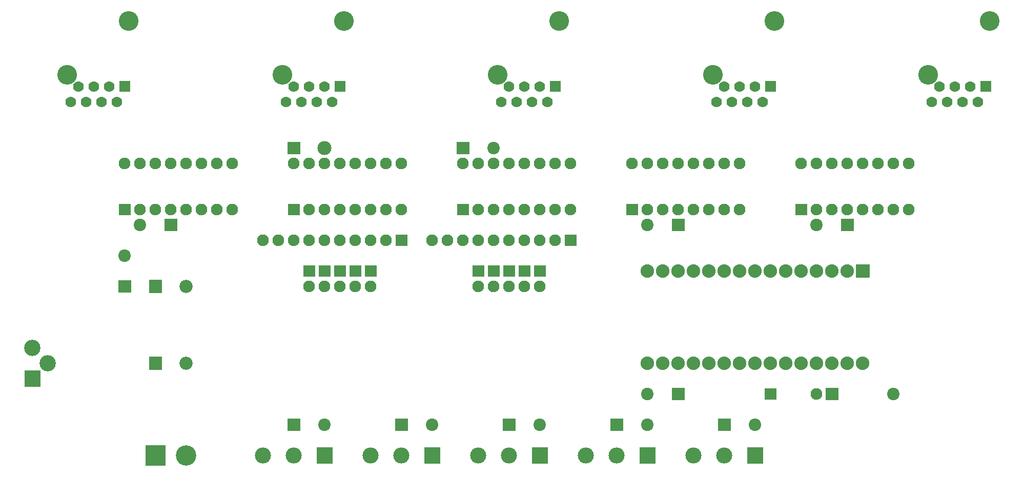
<source format=gbr>
G04 start of page 8 for group -4063 idx -4063 *
G04 Title: (unknown), componentmask *
G04 Creator: pcb 20140316 *
G04 CreationDate: Wed 27 Jan 2016 09:29:51 PM GMT UTC *
G04 For: veox *
G04 Format: Gerber/RS-274X *
G04 PCB-Dimensions (mil): 6700.00 3100.00 *
G04 PCB-Coordinate-Origin: lower left *
%MOIN*%
%FSLAX25Y25*%
%LNTOPMASK*%
%ADD96C,0.1060*%
%ADD95C,0.0860*%
%ADD94C,0.1321*%
%ADD93C,0.0880*%
%ADD92C,0.0910*%
%ADD91C,0.1047*%
%ADD90C,0.1280*%
%ADD89C,0.0700*%
%ADD88C,0.0001*%
%ADD87C,0.0810*%
%ADD86C,0.0760*%
G54D86*X300000Y180000D03*
X310000D03*
X320000D03*
X330000D03*
X340000D03*
X360000Y210000D03*
X350000D03*
X340000D03*
X330000D03*
X320000D03*
X310000D03*
G54D87*Y220000D03*
G54D88*G36*
X346500Y263500D02*Y256500D01*
X353500D01*
Y263500D01*
X346500D01*
G37*
G54D89*X340000Y260000D03*
X330000D03*
X320000D03*
G54D90*X352500Y302500D03*
X312500Y267500D03*
G54D89*X345000Y250000D03*
X335000D03*
X325000D03*
X315000D03*
G54D88*G36*
X425950Y174050D02*Y165950D01*
X434050D01*
Y174050D01*
X425950D01*
G37*
G54D87*X410000Y170000D03*
G54D88*G36*
X396200Y183800D02*Y176200D01*
X403800D01*
Y183800D01*
X396200D01*
G37*
G54D86*X410000Y180000D03*
X420000D03*
X430000D03*
X440000D03*
X450000D03*
X460000D03*
X470000D03*
Y210000D03*
X460000D03*
X450000D03*
X440000D03*
X430000D03*
X420000D03*
X410000D03*
X350000Y180000D03*
X360000D03*
G54D88*G36*
X356200Y163800D02*Y156200D01*
X363800D01*
Y163800D01*
X356200D01*
G37*
G36*
X336200Y143800D02*Y136200D01*
X343800D01*
Y143800D01*
X336200D01*
G37*
G54D86*X340000Y130000D03*
G54D88*G36*
X326200Y143800D02*Y136200D01*
X333800D01*
Y143800D01*
X326200D01*
G37*
G54D86*X330000Y130000D03*
X300000Y210000D03*
G54D88*G36*
X296200Y143800D02*Y136200D01*
X303800D01*
Y143800D01*
X296200D01*
G37*
G54D86*X300000Y130000D03*
Y160000D03*
X350000D03*
X340000D03*
X330000D03*
G54D88*G36*
X306200Y143800D02*Y136200D01*
X313800D01*
Y143800D01*
X306200D01*
G37*
G54D86*X310000Y130000D03*
G54D88*G36*
X316200Y143800D02*Y136200D01*
X323800D01*
Y143800D01*
X316200D01*
G37*
G54D86*X320000Y130000D03*
Y160000D03*
X310000D03*
X400000Y210000D03*
G54D88*G36*
X486500Y263500D02*Y256500D01*
X493500D01*
Y263500D01*
X486500D01*
G37*
G54D89*X485000Y250000D03*
X480000Y260000D03*
X475000Y250000D03*
X470000Y260000D03*
X465000Y250000D03*
X460000Y260000D03*
X455000Y250000D03*
G54D90*X492500Y302500D03*
X452500Y267500D03*
G54D86*X210000Y180000D03*
X220000D03*
X230000D03*
X240000D03*
X250000D03*
G54D88*G36*
X286200Y183800D02*Y176200D01*
X293800D01*
Y183800D01*
X286200D01*
G37*
G54D86*X250000Y210000D03*
G54D88*G36*
X246200Y163800D02*Y156200D01*
X253800D01*
Y163800D01*
X246200D01*
G37*
G54D86*X240000Y160000D03*
X230000D03*
X220000D03*
X210000D03*
X240000Y210000D03*
X290000D03*
Y160000D03*
X280000D03*
X270000D03*
G54D88*G36*
X285950Y224050D02*Y215950D01*
X294050D01*
Y224050D01*
X285950D01*
G37*
G36*
X176200Y183800D02*Y176200D01*
X183800D01*
Y183800D01*
X176200D01*
G37*
G54D86*X190000Y180000D03*
X200000D03*
Y160000D03*
X190000D03*
X180000D03*
G54D88*G36*
X226200Y143800D02*Y136200D01*
X233800D01*
Y143800D01*
X226200D01*
G37*
G54D86*X230000Y130000D03*
G54D88*G36*
X216200Y143800D02*Y136200D01*
X223800D01*
Y143800D01*
X216200D01*
G37*
G54D86*X220000Y130000D03*
G54D88*G36*
X206200Y143800D02*Y136200D01*
X213800D01*
Y143800D01*
X206200D01*
G37*
G36*
X186200D02*Y136200D01*
X193800D01*
Y143800D01*
X186200D01*
G37*
G36*
X196200D02*Y136200D01*
X203800D01*
Y143800D01*
X196200D01*
G37*
G54D86*X210000Y130000D03*
X190000D03*
X200000D03*
G54D87*Y40000D03*
G54D88*G36*
X245950Y44050D02*Y35950D01*
X254050D01*
Y44050D01*
X245950D01*
G37*
G54D91*X250000Y20000D03*
X230000D03*
G54D87*X270000Y40000D03*
G54D88*G36*
X264763Y25237D02*Y14763D01*
X275237D01*
Y25237D01*
X264763D01*
G37*
G36*
X194763D02*Y14763D01*
X205237D01*
Y25237D01*
X194763D01*
G37*
G54D86*X230000Y210000D03*
X220000D03*
X210000D03*
X200000D03*
X190000D03*
X180000D03*
G54D88*G36*
X175950Y224050D02*Y215950D01*
X184050D01*
Y224050D01*
X175950D01*
G37*
G54D92*X200000Y220000D03*
G54D88*G36*
X206500Y263500D02*Y256500D01*
X213500D01*
Y263500D01*
X206500D01*
G37*
G54D89*X205000Y250000D03*
X200000Y260000D03*
X195000Y250000D03*
X190000Y260000D03*
G54D90*X212500Y302500D03*
G54D89*X185000Y250000D03*
X180000Y260000D03*
G54D90*X172500Y267500D03*
G54D89*X175000Y250000D03*
G54D88*G36*
X385950Y44050D02*Y35950D01*
X394050D01*
Y44050D01*
X385950D01*
G37*
G54D87*X410000Y40000D03*
G54D88*G36*
X315950Y44050D02*Y35950D01*
X324050D01*
Y44050D01*
X315950D01*
G37*
G54D87*X340000Y40000D03*
G54D88*G36*
X455950Y44050D02*Y35950D01*
X464050D01*
Y44050D01*
X455950D01*
G37*
G36*
X334763Y25237D02*Y14763D01*
X345237D01*
Y25237D01*
X334763D01*
G37*
G36*
X404763D02*Y14763D01*
X415237D01*
Y25237D01*
X404763D01*
G37*
G54D91*X390000Y20000D03*
X370000D03*
X440000D03*
X320000D03*
X300000D03*
G54D87*X480000Y40000D03*
G54D88*G36*
X474763Y25237D02*Y14763D01*
X485237D01*
Y25237D01*
X474763D01*
G37*
G54D91*X460000Y20000D03*
G54D88*G36*
X425950Y64050D02*Y55950D01*
X434050D01*
Y64050D01*
X425950D01*
G37*
G54D87*X410000Y60000D03*
G54D93*Y80000D03*
X420000D03*
X430000D03*
X440000D03*
X450000D03*
G54D88*G36*
X525950Y64050D02*Y55950D01*
X534050D01*
Y64050D01*
X525950D01*
G37*
G54D87*X570000Y60000D03*
G54D88*G36*
X486200Y63800D02*Y56200D01*
X493800D01*
Y63800D01*
X486200D01*
G37*
G54D86*X520000Y60000D03*
G54D88*G36*
X535950Y174050D02*Y165950D01*
X544050D01*
Y174050D01*
X535950D01*
G37*
G54D87*X520000Y170000D03*
G54D86*Y180000D03*
X530000D03*
X540000D03*
X550000D03*
X560000D03*
X570000D03*
X580000D03*
G54D88*G36*
X506200Y183800D02*Y176200D01*
X513800D01*
Y183800D01*
X506200D01*
G37*
G54D86*X580000Y210000D03*
X570000D03*
X560000D03*
X550000D03*
X540000D03*
X530000D03*
X520000D03*
X510000D03*
G54D88*G36*
X626500Y263500D02*Y256500D01*
X633500D01*
Y263500D01*
X626500D01*
G37*
G54D89*X620000Y260000D03*
X610000D03*
X600000D03*
G54D90*X632500Y302500D03*
X592500Y267500D03*
G54D89*X625000Y250000D03*
X615000D03*
X605000D03*
X595000D03*
G54D88*G36*
X545600Y144400D02*Y135600D01*
X554400D01*
Y144400D01*
X545600D01*
G37*
G54D93*X540000Y140000D03*
X530000D03*
X520000D03*
X510000D03*
X500000D03*
X490000D03*
X480000D03*
X470000D03*
X460000D03*
X450000D03*
X440000D03*
X430000D03*
X420000D03*
X410000D03*
X460000Y80000D03*
X470000D03*
X480000D03*
X490000D03*
X500000D03*
X510000D03*
X520000D03*
X530000D03*
X540000D03*
X550000D03*
G54D88*G36*
X175950Y44050D02*Y35950D01*
X184050D01*
Y44050D01*
X175950D01*
G37*
G36*
X83395Y26605D02*Y13395D01*
X96605D01*
Y26605D01*
X83395D01*
G37*
G54D94*X110000Y20000D03*
G54D95*Y80000D03*
G54D91*X160000Y20000D03*
G54D86*X170000Y160000D03*
X160000D03*
G54D91*X180000Y20000D03*
G54D88*G36*
X85700Y84300D02*Y75700D01*
X94300D01*
Y84300D01*
X85700D01*
G37*
G36*
X4700Y75300D02*Y64700D01*
X15300D01*
Y75300D01*
X4700D01*
G37*
G54D96*X20000Y80000D03*
X10000Y90000D03*
G54D88*G36*
X65950Y134050D02*Y125950D01*
X74050D01*
Y134050D01*
X65950D01*
G37*
G54D87*X70000Y150000D03*
G54D88*G36*
X85700Y134300D02*Y125700D01*
X94300D01*
Y134300D01*
X85700D01*
G37*
G54D95*X110000Y130000D03*
G54D87*X80000Y170000D03*
G54D88*G36*
X95950Y174050D02*Y165950D01*
X104050D01*
Y174050D01*
X95950D01*
G37*
G36*
X66200Y183800D02*Y176200D01*
X73800D01*
Y183800D01*
X66200D01*
G37*
G54D86*X80000Y180000D03*
X90000D03*
X100000D03*
X110000D03*
X120000D03*
X130000D03*
X140000D03*
Y210000D03*
X130000D03*
X120000D03*
X110000D03*
X100000D03*
X90000D03*
X80000D03*
X70000D03*
G54D88*G36*
X66500Y263500D02*Y256500D01*
X73500D01*
Y263500D01*
X66500D01*
G37*
G54D89*X65000Y250000D03*
X60000Y260000D03*
X55000Y250000D03*
X50000Y260000D03*
X45000Y250000D03*
X40000Y260000D03*
G54D90*X32500Y267500D03*
G54D89*X35000Y250000D03*
G54D90*X72500Y302500D03*
M02*

</source>
